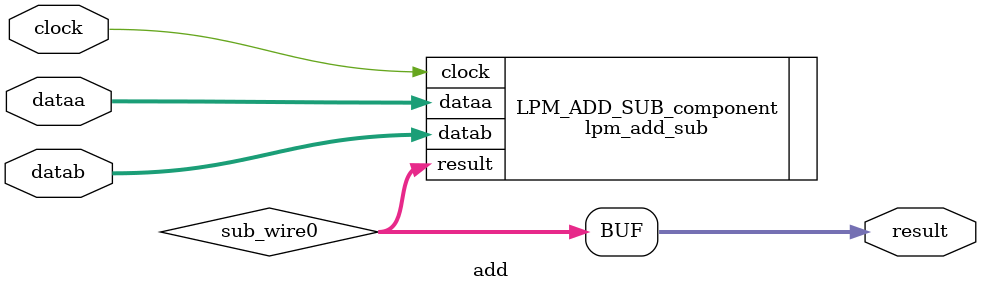
<source format=v>
module add (
	clock,
	dataa,
	datab,
	result);
	input	  clock;
	input	[8:0]  dataa;
	input	[8:0]  datab;
	output	[8:0]  result;
	wire [8:0] sub_wire0;
	wire [8:0] result = sub_wire0[8:0];
	lpm_add_sub	LPM_ADD_SUB_component (
				.clock (clock),
				.dataa (dataa),
				.datab (datab),
				.result (sub_wire0)
				// synopsys translate_off
				,
				.aclr (),
				.add_sub (),
				.cin (),
				.clken (),
				.cout (),
				.overflow ()
				// synopsys translate_on
				);
	defparam
		LPM_ADD_SUB_component.lpm_direction = "ADD",
		LPM_ADD_SUB_component.lpm_hint = "ONE_INPUT_IS_CONSTANT=NO,CIN_USED=NO",
		LPM_ADD_SUB_component.lpm_pipeline = 1,
		LPM_ADD_SUB_component.lpm_representation = "SIGNED",
		LPM_ADD_SUB_component.lpm_type = "LPM_ADD_SUB",
		LPM_ADD_SUB_component.lpm_width = 9;
endmodule
</source>
